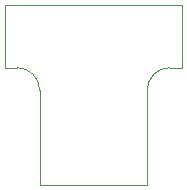
<source format=gm1>
G04 This is an RS-274x file exported by *
G04 gerbv version 2.10.1-dev~93f1b5 *
G04 More information is available about gerbv at *
G04 https://gerbv.github.io/ *
G04 --End of header info--*
%MOIN*%
%FSLAX36Y36*%
%IPPOS*%
G04 --Define apertures--*
%ADD10C,0.0079*%
%ADD11C,0.0028*%
%ADD12C,0.0007*%
G04 --Start main section--*
G54D12*
G01X0130906Y0319547D02*
G75*
G03X0055118Y0395335I-075787J0000000D01*
G01X0564961Y0395335D02*
G75*
G03X0489173Y0319547I0000000J-075788D01*
G01X0013780Y0395335D02*
G01X0055118Y0395335D01*
G01X0013780Y0395335D02*
G01X0013780Y0604095D01*
G01X0013780Y0604095D02*
G01X0606299Y0604095D01*
G01X0606299Y0395335D02*
G01X0606299Y0604095D01*
G01X0564961Y0395335D02*
G01X0606299Y0395335D01*
G01X0489173Y0002618D02*
G01X0489173Y0319547D01*
G01X0130906Y0002618D02*
G01X0489173Y0002618D01*
G01X0130906Y0002618D02*
G01X0130906Y0319547D01*
M02*

</source>
